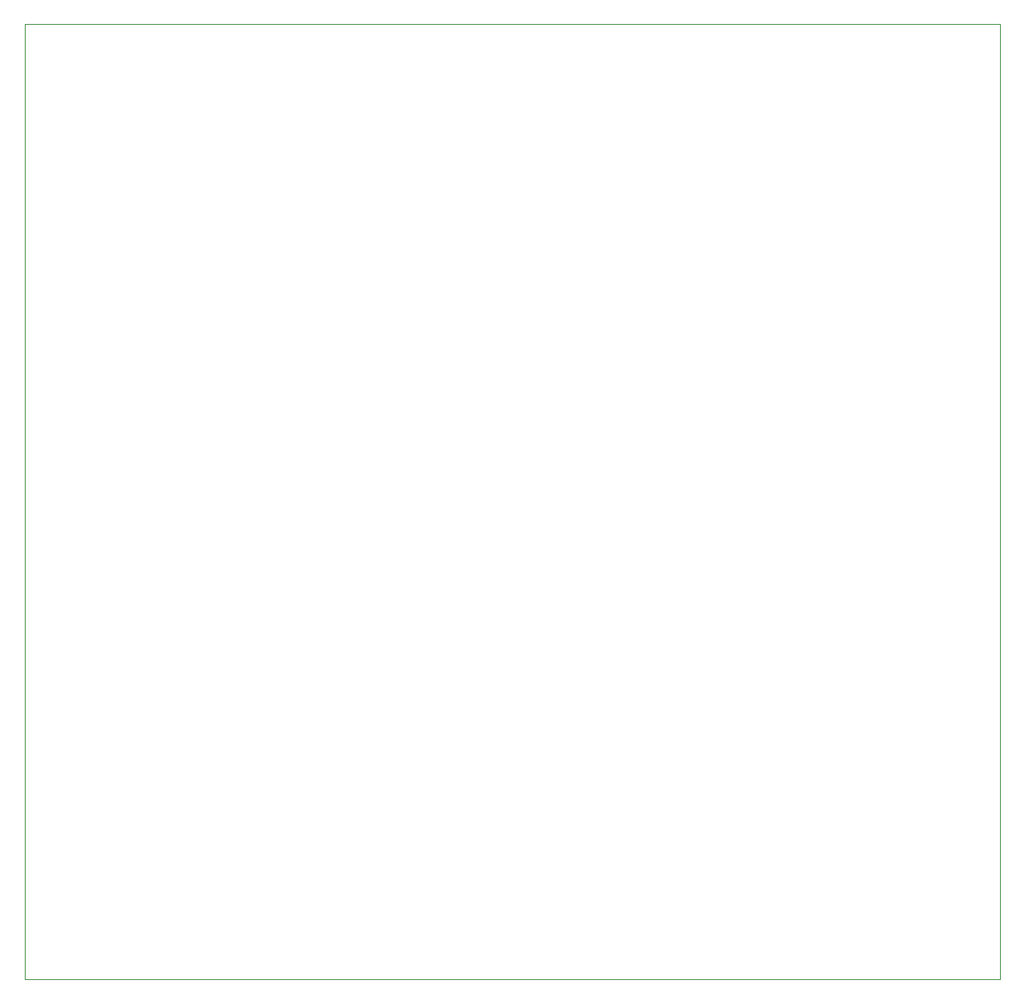
<source format=gbr>
%TF.GenerationSoftware,KiCad,Pcbnew,(5.1.9-0-10_14)*%
%TF.CreationDate,2021-03-08T16:43:49+01:00*%
%TF.ProjectId,n8 bit special,6e382062-6974-4207-9370-656369616c2e,rev?*%
%TF.SameCoordinates,Original*%
%TF.FileFunction,Profile,NP*%
%FSLAX46Y46*%
G04 Gerber Fmt 4.6, Leading zero omitted, Abs format (unit mm)*
G04 Created by KiCad (PCBNEW (5.1.9-0-10_14)) date 2021-03-08 16:43:49*
%MOMM*%
%LPD*%
G01*
G04 APERTURE LIST*
%TA.AperFunction,Profile*%
%ADD10C,0.100000*%
%TD*%
G04 APERTURE END LIST*
D10*
X186690000Y-41910000D02*
X186690000Y-139700000D01*
X86995000Y-41910000D02*
X186690000Y-41910000D01*
X86995000Y-139700000D02*
X86995000Y-41910000D01*
X186690000Y-139700000D02*
X86995000Y-139700000D01*
M02*

</source>
